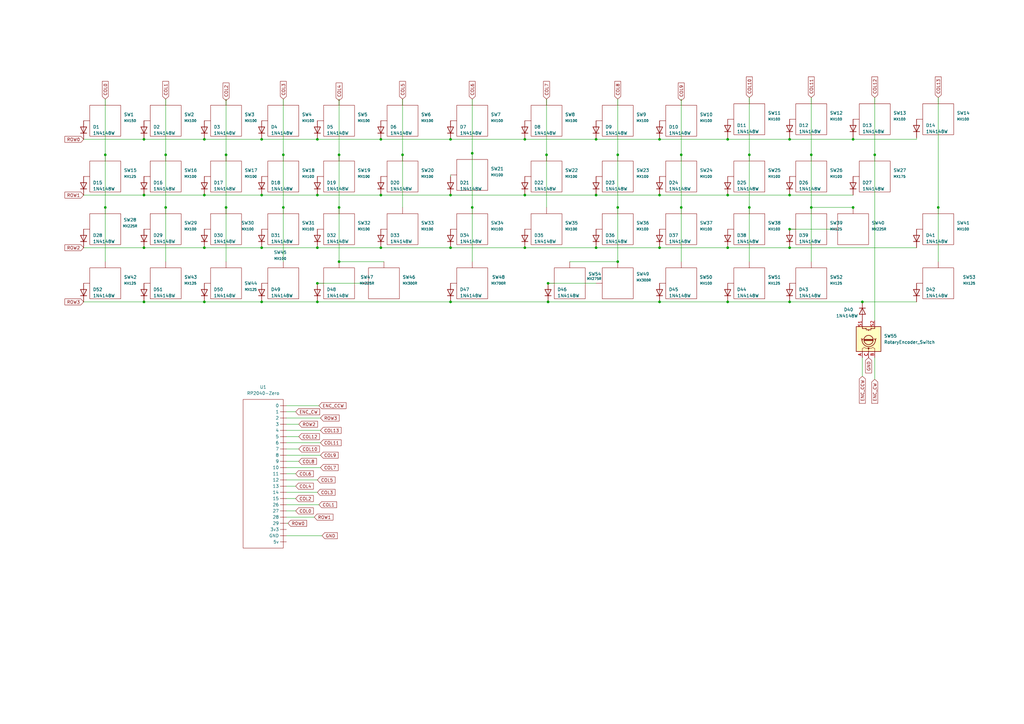
<source format=kicad_sch>
(kicad_sch (version 20230121) (generator eeschema)
  (paper "A3")
  (lib_symbols
    (symbol "Andrews-symbols:RP2040-Zero" (pin_numbers hide)
      (property "Reference" "U" (at 0 0 0))
      (property "Value" "RP2040-Zero" (at 0 -2.54 0))
      (symbol "RP2040-Zero_1_1"
        (pin bidirectional line (at 10.16 3.81 180) (length 2.54) (name "0") (number "0"))
        (pin bidirectional line (at 10.16 1.27 180) (length 2.54) (name "1") (number "1"))
        (pin bidirectional line (at 10.16 -21.59 180) (length 2.54) (name "10") (number "10"))
        (pin bidirectional line (at 10.16 -24.13 180) (length 2.54) (name "11") (number "11"))
        (pin bidirectional line (at 10.16 -26.67 180) (length 2.54) (name "12") (number "12"))
        (pin bidirectional line (at 10.16 -29.21 180) (length 2.54) (name "13") (number "13"))
        (pin bidirectional line (at 10.16 -31.75 180) (length 2.54) (name "14") (number "14"))
        (pin bidirectional line (at 10.16 -34.29 180) (length 2.54) (name "15") (number "15"))
        (pin bidirectional line (at 10.16 -1.27 180) (length 2.54) (name "2") (number "2"))
        (pin bidirectional line (at 10.16 -36.83 180) (length 2.54) (name "26") (number "26"))
        (pin bidirectional line (at 10.16 -39.37 180) (length 2.54) (name "27") (number "27"))
        (pin bidirectional line (at 10.16 -41.91 180) (length 2.54) (name "28") (number "28"))
        (pin bidirectional line (at 10.16 -44.45 180) (length 2.54) (name "29") (number "29"))
        (pin bidirectional line (at 10.16 -3.81 180) (length 2.54) (name "3") (number "3"))
        (pin bidirectional line (at 10.16 -46.99 180) (length 2.54) (name "3v3") (number "3v3"))
        (pin bidirectional line (at 10.16 -6.35 180) (length 2.54) (name "4") (number "4"))
        (pin bidirectional line (at 10.16 -8.89 180) (length 2.54) (name "5") (number "5"))
        (pin bidirectional line (at 10.16 -52.07 180) (length 2.54) (name "5v") (number "5v"))
        (pin bidirectional line (at 10.16 -11.43 180) (length 2.54) (name "6") (number "6"))
        (pin bidirectional line (at 10.16 -13.97 180) (length 2.54) (name "7") (number "7"))
        (pin bidirectional line (at 10.16 -16.51 180) (length 2.54) (name "8") (number "8"))
        (pin bidirectional line (at 10.16 -19.05 180) (length 2.54) (name "9") (number "9"))
        (pin bidirectional line (at 10.16 -49.53 180) (length 2.54) (name "GND") (number "GND"))
      )
    )
    (symbol "Device:RotaryEncoder_Switch" (pin_names (offset 0.254) hide)
      (property "Reference" "SW" (at 0 6.604 0))
      (property "Value" "RotaryEncoder_Switch" (at 0 -6.604 0))
      (symbol "RotaryEncoder_Switch_1_1"
        (pin passive line (at -7.62 2.54 0) (length 2.54) (name "A") (number "A"))
        (pin passive line (at -7.62 -2.54 0) (length 2.54) (name "B") (number "B"))
        (pin passive line (at -7.62 0 0) (length 2.54) (name "C") (number "C"))
        (pin passive line (at 7.62 2.54 180) (length 2.54) (name "S1") (number "S1"))
        (pin passive line (at 7.62 -2.54 180) (length 2.54) (name "S2") (number "S2"))
      )
    )
    (symbol "Diode:1N4148W" (pin_numbers hide) (pin_names hide)
      (property "Reference" "D" (at 0 2.54 0))
      (property "Value" "1N4148W" (at 0 -2.54 0))
      (symbol "1N4148W_1_1"
        (pin passive line (at -3.81 0 0) (length 2.54) (name "K") (number "1"))
        (pin passive line (at 3.81 0 180) (length 2.54) (name "A") (number "2"))
      )
    )
    (symbol "acheronSymbols:MXSwitch" (pin_names (offset 1.016))
      (property "Reference" "SW" (at 0 0 0))
      (property "Value" "MXSwitch" (at 0 -3.81 0))
      (symbol "MXSwitch_1_1"
        (pin output line (at -8.89 0 0) (length 2.54) hide (name "Col") (number "1"))
        (pin input line (at 0 8.89 270) (length 2.54) hide (name "Row") (number "2"))
      )
    )
  )
  (junction (at 224.79 123.825))
  (junction (at 92.71 85.09))
  (junction (at 43.18 63.5))
  (junction (at 307.34 85.09))
  (junction (at 270.51 101.6))
  (junction (at 165.1 63.5))
  (junction (at 83.82 80.01))
  (junction (at 349.885 85.09))
  (junction (at 384.81 85.09))
  (junction (at 253.365 63.5))
  (junction (at 323.85 93.98))
  (junction (at 244.475 57.15))
  (junction (at 307.34 63.5))
  (junction (at 59.055 123.825))
  (junction (at 116.205 63.5))
  (junction (at 224.79 116.205))
  (junction (at 156.21 57.15))
  (junction (at 156.21 101.6))
  (junction (at 92.71 63.5))
  (junction (at 156.21 80.01))
  (junction (at 139.065 63.5))
  (junction (at 253.365 107.315))
  (junction (at 184.785 123.825))
  (junction (at 184.785 80.01))
  (junction (at 83.82 123.825))
  (junction (at 244.475 80.01))
  (junction (at 244.475 101.6))
  (junction (at 59.055 57.15))
  (junction (at 298.45 123.825))
  (junction (at 270.51 57.15))
  (junction (at 59.055 80.01))
  (junction (at 323.85 57.15))
  (junction (at 67.945 85.09))
  (junction (at 43.18 85.09))
  (junction (at 298.45 57.15))
  (junction (at 279.4 63.5))
  (junction (at 107.315 123.825))
  (junction (at 215.265 57.15))
  (junction (at 59.055 101.6))
  (junction (at 116.205 85.09))
  (junction (at 107.315 57.15))
  (junction (at 130.175 123.825))
  (junction (at 224.155 63.5))
  (junction (at 349.885 57.15))
  (junction (at 358.775 63.5))
  (junction (at 83.82 101.6))
  (junction (at 332.74 63.5))
  (junction (at 279.4 85.09))
  (junction (at 298.45 101.6))
  (junction (at 139.065 107.315))
  (junction (at 215.265 101.6))
  (junction (at 193.675 62.865))
  (junction (at 270.51 123.825))
  (junction (at 130.175 116.205))
  (junction (at 353.695 123.825))
  (junction (at 323.85 101.6))
  (junction (at 184.785 101.6))
  (junction (at 323.85 80.01))
  (junction (at 107.315 80.01))
  (junction (at 130.175 57.15))
  (junction (at 215.265 80.01))
  (junction (at 184.785 57.15))
  (junction (at 193.675 85.09))
  (junction (at 130.175 101.6))
  (junction (at 107.315 101.6))
  (junction (at 83.82 57.15))
  (junction (at 298.45 80.01))
  (junction (at 270.51 80.01))
  (junction (at 323.85 123.825))
  (junction (at 67.945 63.5))
  (junction (at 139.065 85.09))
  (junction (at 130.175 80.01))
  (junction (at 332.74 85.09))
  (junction (at 253.365 85.09))
  (wire (pts (xy 107.315 80.01) (xy 130.175 80.01)))
  (wire (pts (xy 132.08 219.71) (xy 117.475 219.71)))
  (wire (pts (xy 92.71 85.09) (xy 92.71 107.315)))
  (wire (pts (xy 279.4 40.64) (xy 279.4 63.5)))
  (wire (pts (xy 156.21 57.15) (xy 184.785 57.15)))
  (wire (pts (xy 122.555 179.07) (xy 117.475 179.07)))
  (wire (pts (xy 131.445 171.45) (xy 117.475 171.45)))
  (wire (pts (xy 121.285 209.55) (xy 117.475 209.55)))
  (wire (pts (xy 118.11 214.63) (xy 117.475 214.63)))
  (wire (pts (xy 358.775 131.445) (xy 358.775 63.5)))
  (wire (pts (xy 59.055 57.15) (xy 83.82 57.15)))
  (wire (pts (xy 349.885 57.15) (xy 375.92 57.15)))
  (wire (pts (xy 130.175 80.01) (xy 156.21 80.01)))
  (wire (pts (xy 116.205 40.64) (xy 116.205 63.5)))
  (wire (pts (xy 131.445 176.53) (xy 117.475 176.53)))
  (wire (pts (xy 131.445 181.61) (xy 117.475 181.61)))
  (wire (pts (xy 121.285 168.91) (xy 117.475 168.91)))
  (wire (pts (xy 67.945 40.64) (xy 67.945 63.5)))
  (wire (pts (xy 83.82 80.01) (xy 107.315 80.01)))
  (wire (pts (xy 130.175 116.205) (xy 148.59 116.205)))
  (wire (pts (xy 131.445 186.69) (xy 117.475 186.69)))
  (wire (pts (xy 215.265 57.15) (xy 244.475 57.15)))
  (wire (pts (xy 130.175 101.6) (xy 156.21 101.6)))
  (wire (pts (xy 130.81 207.01) (xy 117.475 207.01)))
  (wire (pts (xy 121.285 199.39) (xy 117.475 199.39)))
  (wire (pts (xy 184.785 71.755) (xy 184.785 72.39)))
  (wire (pts (xy 121.285 204.47) (xy 117.475 204.47)))
  (wire (pts (xy 156.21 101.6) (xy 184.785 101.6)))
  (wire (pts (xy 139.065 63.5) (xy 139.065 85.09)))
  (wire (pts (xy 349.885 56.515) (xy 349.885 57.15)))
  (wire (pts (xy 43.18 40.64) (xy 43.18 63.5)))
  (wire (pts (xy 215.265 80.01) (xy 244.475 80.01)))
  (wire (pts (xy 270.51 80.01) (xy 298.45 80.01)))
  (wire (pts (xy 332.74 63.5) (xy 332.74 85.09)))
  (wire (pts (xy 353.695 154.305) (xy 353.695 146.685)))
  (wire (pts (xy 270.51 101.6) (xy 298.45 101.6)))
  (wire (pts (xy 193.675 62.865) (xy 193.675 85.09)))
  (wire (pts (xy 130.81 166.37) (xy 117.475 166.37)))
  (wire (pts (xy 184.785 123.825) (xy 224.79 123.825)))
  (wire (pts (xy 116.205 85.09) (xy 116.205 107.315)))
  (wire (pts (xy 67.945 85.09) (xy 67.945 107.315)))
  (wire (pts (xy 121.285 194.31) (xy 117.475 194.31)))
  (wire (pts (xy 279.4 85.09) (xy 279.4 107.315)))
  (wire (pts (xy 43.18 63.5) (xy 43.18 85.09)))
  (wire (pts (xy 122.555 173.99) (xy 117.475 173.99)))
  (wire (pts (xy 83.82 57.15) (xy 107.315 57.15)))
  (wire (pts (xy 34.29 80.01) (xy 59.055 80.01)))
  (wire (pts (xy 332.74 40.005) (xy 332.74 63.5)))
  (wire (pts (xy 139.065 85.09) (xy 139.065 107.315)))
  (wire (pts (xy 298.45 123.825) (xy 323.85 123.825)))
  (wire (pts (xy 107.315 101.6) (xy 130.175 101.6)))
  (wire (pts (xy 244.475 57.15) (xy 270.51 57.15)))
  (wire (pts (xy 67.945 63.5) (xy 67.945 85.09)))
  (wire (pts (xy 224.79 116.205) (xy 244.475 116.205)))
  (wire (pts (xy 165.1 63.5) (xy 165.1 85.09)))
  (wire (pts (xy 116.205 63.5) (xy 116.205 85.09)))
  (wire (pts (xy 122.555 189.23) (xy 117.475 189.23)))
  (wire (pts (xy 323.85 101.6) (xy 375.92 101.6)))
  (wire (pts (xy 307.34 63.5) (xy 307.34 85.09)))
  (wire (pts (xy 298.45 101.6) (xy 323.85 101.6)))
  (wire (pts (xy 83.82 123.825) (xy 107.315 123.825)))
  (wire (pts (xy 307.34 85.09) (xy 307.34 107.315)))
  (wire (pts (xy 323.85 80.01) (xy 349.885 80.01)))
  (wire (pts (xy 270.51 123.825) (xy 298.45 123.825)))
  (wire (pts (xy 139.065 107.315) (xy 157.48 107.315)))
  (wire (pts (xy 131.445 191.77) (xy 117.475 191.77)))
  (wire (pts (xy 59.055 101.6) (xy 83.82 101.6)))
  (wire (pts (xy 184.785 80.01) (xy 215.265 80.01)))
  (wire (pts (xy 83.82 101.6) (xy 107.315 101.6)))
  (wire (pts (xy 349.885 85.725) (xy 349.885 85.09)))
  (wire (pts (xy 298.45 56.515) (xy 298.45 57.15)))
  (wire (pts (xy 253.365 63.5) (xy 253.365 85.09)))
  (wire (pts (xy 165.1 40.64) (xy 165.1 63.5)))
  (wire (pts (xy 353.695 123.825) (xy 375.92 123.825)))
  (wire (pts (xy 107.315 123.825) (xy 130.175 123.825)))
  (wire (pts (xy 92.71 63.5) (xy 92.71 85.09)))
  (wire (pts (xy 92.71 40.64) (xy 92.71 63.5)))
  (wire (pts (xy 122.555 184.15) (xy 117.475 184.15)))
  (wire (pts (xy 128.905 212.09) (xy 117.475 212.09)))
  (wire (pts (xy 34.29 57.15) (xy 59.055 57.15)))
  (wire (pts (xy 215.265 101.6) (xy 244.475 101.6)))
  (wire (pts (xy 253.365 85.09) (xy 253.365 107.315)))
  (wire (pts (xy 279.4 63.5) (xy 279.4 85.09)))
  (wire (pts (xy 323.85 123.825) (xy 353.695 123.825)))
  (wire (pts (xy 59.055 123.825) (xy 83.82 123.825)))
  (wire (pts (xy 349.885 85.09) (xy 332.74 85.09)))
  (wire (pts (xy 139.065 40.64) (xy 139.065 63.5)))
  (wire (pts (xy 130.175 123.825) (xy 184.785 123.825)))
  (wire (pts (xy 358.775 155.575) (xy 358.775 146.685)))
  (wire (pts (xy 233.68 107.315) (xy 253.365 107.315)))
  (wire (pts (xy 130.175 201.93) (xy 117.475 201.93)))
  (wire (pts (xy 244.475 80.01) (xy 270.51 80.01)))
  (wire (pts (xy 224.155 63.5) (xy 224.155 85.09)))
  (wire (pts (xy 307.34 40.005) (xy 307.34 63.5)))
  (wire (pts (xy 224.155 40.64) (xy 224.155 63.5)))
  (wire (pts (xy 253.365 40.64) (xy 253.365 63.5)))
  (wire (pts (xy 244.475 101.6) (xy 270.51 101.6)))
  (wire (pts (xy 384.81 40.005) (xy 384.81 85.09)))
  (wire (pts (xy 298.45 80.01) (xy 323.85 80.01)))
  (wire (pts (xy 43.18 85.09) (xy 43.18 107.315)))
  (wire (pts (xy 193.675 85.09) (xy 193.675 107.315)))
  (wire (pts (xy 59.055 80.01) (xy 83.82 80.01)))
  (wire (pts (xy 224.79 123.825) (xy 270.51 123.825)))
  (wire (pts (xy 184.785 101.6) (xy 215.265 101.6)))
  (wire (pts (xy 34.29 123.825) (xy 59.055 123.825)))
  (wire (pts (xy 384.81 85.09) (xy 384.81 107.315)))
  (wire (pts (xy 130.175 196.85) (xy 117.475 196.85)))
  (wire (pts (xy 184.785 57.15) (xy 215.265 57.15)))
  (wire (pts (xy 358.775 40.005) (xy 358.775 63.5)))
  (wire (pts (xy 193.675 40.64) (xy 193.675 62.865)))
  (wire (pts (xy 323.85 57.15) (xy 349.885 57.15)))
  (wire (pts (xy 375.92 57.15) (xy 375.92 56.515)))
  (wire (pts (xy 323.85 93.98) (xy 340.995 93.98)))
  (wire (pts (xy 130.175 57.15) (xy 156.21 57.15)))
  (wire (pts (xy 270.51 57.15) (xy 298.45 57.15)))
  (wire (pts (xy 332.74 85.09) (xy 332.74 107.315)))
  (wire (pts (xy 156.21 80.01) (xy 184.785 80.01)))
  (wire (pts (xy 298.45 57.15) (xy 323.85 57.15)))
  (wire (pts (xy 34.29 101.6) (xy 59.055 101.6)))
  (wire (pts (xy 107.315 57.15) (xy 130.175 57.15)))
  (wire (pts (xy 323.85 56.515) (xy 323.85 57.15)))
  (global_label "COL3" (shape input) (at 130.175 201.93 0) (property "Intersheetrefs" "${INTERSHEET_REFS}" (effects hide)))
  (global_label "COL2" (shape input) (at 92.71 41.275 90) (property "Intersheetrefs" "${INTERSHEET_REFS}" (effects hide)))
  (global_label "COL5" (shape input) (at 130.175 196.85 0) (property "Intersheetrefs" "${INTERSHEET_REFS}" (effects hide)))
  (global_label "COL4" (shape input) (at 121.285 199.39 0) (property "Intersheetrefs" "${INTERSHEET_REFS}" (effects hide)))
  (global_label "COL0" (shape input) (at 43.18 40.64 90) (property "Intersheetrefs" "${INTERSHEET_REFS}" (effects hide)))
  (global_label "ROW1" (shape input) (at 128.905 212.09 0) (property "Intersheetrefs" "${INTERSHEET_REFS}" (effects hide)))
  (global_label "ENC_CCW" (shape input) (at 130.81 166.37 0) (property "Intersheetrefs" "${INTERSHEET_REFS}" (effects hide)))
  (global_label "ROW1" (shape input) (at 34.29 80.01 180) (property "Intersheetrefs" "${INTERSHEET_REFS}" (effects hide)))
  (global_label "ROW2" (shape input) (at 122.555 173.99 0) (property "Intersheetrefs" "${INTERSHEET_REFS}" (effects hide)))
  (global_label "COL7" (shape input) (at 131.445 191.77 0) (property "Intersheetrefs" "${INTERSHEET_REFS}" (effects hide)))
  (global_label "COL2" (shape input) (at 121.285 204.47 0) (property "Intersheetrefs" "${INTERSHEET_REFS}" (effects hide)))
  (global_label "COL8" (shape input) (at 253.365 40.64 90) (property "Intersheetrefs" "${INTERSHEET_REFS}" (effects hide)))
  (global_label "COL9" (shape input) (at 131.445 186.69 0) (property "Intersheetrefs" "${INTERSHEET_REFS}" (effects hide)))
  (global_label "ROW0" (shape input) (at 118.11 214.63 0) (property "Intersheetrefs" "${INTERSHEET_REFS}" (effects hide)))
  (global_label "COL13" (shape input) (at 131.445 176.53 0) (property "Intersheetrefs" "${INTERSHEET_REFS}" (effects hide)))
  (global_label "COL8" (shape input) (at 122.555 189.23 0) (property "Intersheetrefs" "${INTERSHEET_REFS}" (effects hide)))
  (global_label "ROW0" (shape input) (at 34.29 57.15 180) (property "Intersheetrefs" "${INTERSHEET_REFS}" (effects hide)))
  (global_label "GND" (shape input) (at 132.08 219.71 0) (property "Intersheetrefs" "${INTERSHEET_REFS}" (effects hide)))
  (global_label "COL1" (shape input) (at 67.945 40.64 90) (property "Intersheetrefs" "${INTERSHEET_REFS}" (effects hide)))
  (global_label "COL12" (shape input) (at 122.555 179.07 0) (property "Intersheetrefs" "${INTERSHEET_REFS}" (effects hide)))
  (global_label "ROW2" (shape input) (at 34.29 101.6 180) (property "Intersheetrefs" "${INTERSHEET_REFS}" (effects hide)))
  (global_label "ROW3" (shape input) (at 131.445 171.45 0) (property "Intersheetrefs" "${INTERSHEET_REFS}" (effects hide)))
  (global_label "COL12" (shape input) (at 358.775 40.005 90) (property "Intersheetrefs" "${INTERSHEET_REFS}" (effects hide)))
  (global_label "COL11" (shape input) (at 332.74 40.005 90) (property "Intersheetrefs" "${INTERSHEET_REFS}" (effects hide)))
  (global_label "COL6" (shape input) (at 193.675 40.64 90) (property "Intersheetrefs" "${INTERSHEET_REFS}" (effects hide)))
  (global_label "COL3" (shape input) (at 116.205 40.64 90) (property "Intersheetrefs" "${INTERSHEET_REFS}" (effects hide)))
  (global_label "ENC_CW" (shape input) (at 358.775 155.575 270) (property "Intersheetrefs" "${INTERSHEET_REFS}" (effects hide)))
  (global_label "COL11" (shape input) (at 131.445 181.61 0) (property "Intersheetrefs" "${INTERSHEET_REFS}" (effects hide)))
  (global_label "COL10" (shape input) (at 307.34 40.005 90) (property "Intersheetrefs" "${INTERSHEET_REFS}" (effects hide)))
  (global_label "COL5" (shape input) (at 165.1 40.64 90) (property "Intersheetrefs" "${INTERSHEET_REFS}" (effects hide)))
  (global_label "ENC_CCW" (shape input) (at 353.695 154.305 270) (property "Intersheetrefs" "${INTERSHEET_REFS}" (effects hide)))
  (global_label "COL7" (shape input) (at 224.155 40.64 90) (property "Intersheetrefs" "${INTERSHEET_REFS}" (effects hide)))
  (global_label "ENC_CW" (shape input) (at 121.285 168.91 0) (property "Intersheetrefs" "${INTERSHEET_REFS}" (effects hide)))
  (global_label "COL9" (shape input) (at 279.4 41.275 90) (property "Intersheetrefs" "${INTERSHEET_REFS}" (effects hide)))
  (global_label "COL4" (shape input) (at 139.065 41.275 90) (property "Intersheetrefs" "${INTERSHEET_REFS}" (effects hide)))
  (global_label "COL1" (shape input) (at 130.81 207.01 0) (property "Intersheetrefs" "${INTERSHEET_REFS}" (effects hide)))
  (global_label "COL6" (shape input) (at 121.285 194.31 0) (property "Intersheetrefs" "${INTERSHEET_REFS}" (effects hide)))
  (global_label "GND" (shape input) (at 356.235 146.685 270) (property "Intersheetrefs" "${INTERSHEET_REFS}" (effects hide)))
  (global_label "ROW3" (shape input) (at 34.29 123.825 180) (property "Intersheetrefs" "${INTERSHEET_REFS}" (effects hide)))
  (global_label "COL0" (shape input) (at 121.285 209.55 0) (property "Intersheetrefs" "${INTERSHEET_REFS}" (effects hide)))
  (global_label "COL13" (shape input) (at 384.81 40.005 90) (property "Intersheetrefs" "${INTERSHEET_REFS}" (effects hide)))
  (global_label "COL10" (shape input) (at 122.555 184.15 0) (property "Intersheetrefs" "${INTERSHEET_REFS}" (effects hide)))
  (symbol (lib_id "acheronSymbols:MXSwitch") (at 349.885 93.98 0) (unit 1)
    (property "Reference" "SW40" (at 357.505 91.44 0) (effects (justify left)))
    (property "Value" "MX225R" (at 357.505 93.98 0) (effects (font (size 0.9906 0.9906)) (justify left)))
    (property "Footprint" "acheron_MX.pretty-master:MX225" (effects hide))
  )
  (symbol (lib_id "acheronSymbols:MXSwitch") (at 165.1 49.53 0) (unit 1)
    (property "Reference" "SW6" (at 172.72 46.99 0) (effects (justify left)))
    (property "Value" "MX100" (at 172.72 49.53 0) (effects (font (size 0.9906 0.9906)) (justify left)))
    (property "Footprint" "acheron_MX.pretty-master:MX100" (effects hide))
  )
  (symbol (lib_id "Diode:1N4148W") (at 270.51 120.015 90) (unit 1)
    (property "Reference" "D45" (at 274.32 118.745 90) (effects (justify right)))
    (property "Value" "1N4148W" (at 274.32 121.285 90) (effects (justify right)))
    (property "Footprint" "Diode_SMD:D_SOD-123" (effects hide))
    (property "Datasheet" "https://www.vishay.com/docs/85748/1n4148w.pdf" (effects hide))
    (property "Sim.Device" "D" (effects hide))
    (property "Sim.Pins" "1=K 2=A" (effects hide))
  )
  (symbol (lib_id "acheronSymbols:MXSwitch") (at 92.71 116.205 0) (unit 1)
    (property "Reference" "SW44" (at 102.87 116.205 0))
    (property "Value" "MX125" (at 102.87 118.745 0) (effects (font (size 0.9906 0.9906))))
    (property "Footprint" "acheron_MX.pretty-master:MX125" (effects hide))
  )
  (symbol (lib_id "acheronSymbols:MXSwitch") (at 253.365 116.205 0) (unit 1)
    (property "Reference" "SW49" (at 260.985 112.395 0) (effects (justify left)))
    (property "Value" "MX300R" (at 260.985 114.935 0) (effects (font (size 0.9906 0.9906)) (justify left)))
    (property "Footprint" "acheron_MX.pretty-master:MX300R" (effects hide))
  )
  (symbol (lib_id "Diode:1N4148W") (at 107.315 97.79 90) (unit 1)
    (property "Reference" "D31" (at 111.125 96.52 90) (effects (justify right)))
    (property "Value" "1N4148W" (at 111.125 99.06 90) (effects (justify right)))
    (property "Footprint" "Diode_SMD:D_SOD-123" (effects hide))
    (property "Datasheet" "https://www.vishay.com/docs/85748/1n4148w.pdf" (effects hide))
    (property "Sim.Device" "D" (effects hide))
    (property "Sim.Pins" "1=K 2=A" (effects hide))
  )
  (symbol (lib_id "acheronSymbols:MXSwitch") (at 116.205 93.98 0) (unit 1)
    (property "Reference" "SW31" (at 123.825 91.44 0) (effects (justify left)))
    (property "Value" "MX100" (at 123.825 93.98 0) (effects (font (size 0.9906 0.9906)) (justify left)))
    (property "Footprint" "acheron_MX.pretty-master:MX100" (effects hide))
  )
  (symbol (lib_id "Diode:1N4148W") (at 323.85 97.79 90) (unit 1)
    (property "Reference" "D39" (at 327.66 96.52 90) (effects (justify right)))
    (property "Value" "1N4148W" (at 327.66 99.06 90) (effects (justify right)))
    (property "Footprint" "Diode_SMD:D_SOD-123" (effects hide))
    (property "Datasheet" "https://www.vishay.com/docs/85748/1n4148w.pdf" (effects hide))
    (property "Sim.Device" "D" (effects hide))
    (property "Sim.Pins" "1=K 2=A" (effects hide))
  )
  (symbol (lib_id "Device:RotaryEncoder_Switch") (at 356.235 139.065 90) (unit 1)
    (property "Reference" "SW55" (at 362.585 137.795 90) (effects (justify right)))
    (property "Value" "RotaryEncoder_Switch" (at 362.585 140.335 90) (effects (justify right)))
    (property "Footprint" "Rotary_Encoder:RotaryEncoder_Alps_EC11E-Switch_Vertical_H20mm" (effects hide))
  )
  (symbol (lib_id "Diode:1N4148W") (at 375.92 97.79 90) (unit 1)
    (property "Reference" "D41" (at 379.73 96.52 90) (effects (justify right)))
    (property "Value" "1N4148W" (at 379.73 99.06 90) (effects (justify right)))
    (property "Footprint" "Diode_SMD:D_SOD-123" (effects hide))
    (property "Datasheet" "https://www.vishay.com/docs/85748/1n4148w.pdf" (effects hide))
    (property "Sim.Device" "D" (effects hide))
    (property "Sim.Pins" "1=K 2=A" (effects hide))
  )
  (symbol (lib_id "Diode:1N4148W") (at 83.82 120.015 90) (unit 1)
    (property "Reference" "D50" (at 87.63 118.745 90) (effects (justify right)))
    (property "Value" "1N4148W" (at 87.63 121.285 90) (effects (justify right)))
    (property "Footprint" "Diode_SMD:D_SOD-123" (effects hide))
    (property "Datasheet" "https://www.vishay.com/docs/85748/1n4148w.pdf" (effects hide))
    (property "Sim.Device" "D" (effects hide))
    (property "Sim.Pins" "1=K 2=A" (effects hide))
  )
  (symbol (lib_id "Diode:1N4148W") (at 323.85 52.705 90) (unit 1)
    (property "Reference" "D12" (at 327.66 51.435 90) (effects (justify right)))
    (property "Value" "1N4148W" (at 327.66 53.975 90) (effects (justify right)))
    (property "Footprint" "Diode_SMD:D_SOD-123" (effects hide))
    (property "Datasheet" "https://www.vishay.com/docs/85748/1n4148w.pdf" (effects hide))
    (property "Sim.Device" "D" (effects hide))
    (property "Sim.Pins" "1=K 2=A" (effects hide))
  )
  (symbol (lib_id "Diode:1N4148W") (at 184.785 76.2 90) (unit 1)
    (property "Reference" "D21" (at 188.595 74.93 90) (effects (justify right)))
    (property "Value" "1N4148W" (at 188.595 77.47 90) (effects (justify right)))
    (property "Footprint" "Diode_SMD:D_SOD-123" (effects hide))
    (property "Datasheet" "https://www.vishay.com/docs/85748/1n4148w.pdf" (effects hide))
    (property "Sim.Device" "D" (effects hide))
    (property "Sim.Pins" "1=K 2=A" (effects hide))
  )
  (symbol (lib_id "acheronSymbols:MXSwitch") (at 165.1 93.98 0) (unit 1)
    (property "Reference" "SW33" (at 172.72 91.44 0) (effects (justify left)))
    (property "Value" "MX100" (at 172.72 93.98 0) (effects (font (size 0.9906 0.9906)) (justify left)))
    (property "Footprint" "acheron_MX.pretty-master:MX100" (effects hide))
  )
  (symbol (lib_id "acheronSymbols:MXSwitch") (at 193.675 71.755 0) (unit 1)
    (property "Reference" "SW21" (at 201.295 69.215 0) (effects (justify left)))
    (property "Value" "MX100" (at 201.295 71.755 0) (effects (font (size 0.9906 0.9906)) (justify left)))
    (property "Footprint" "acheron_MX.pretty-master:MX100" (effects hide))
  )
  (symbol (lib_id "acheronSymbols:MXSwitch") (at 332.74 72.39 0) (unit 1)
    (property "Reference" "SW26" (at 340.36 69.85 0) (effects (justify left)))
    (property "Value" "MX100" (at 340.36 72.39 0) (effects (font (size 0.9906 0.9906)) (justify left)))
    (property "Footprint" "acheron_MX.pretty-master:MX100" (effects hide))
  )
  (symbol (lib_id "Diode:1N4148W") (at 375.92 120.015 90) (unit 1)
    (property "Reference" "D42" (at 379.73 118.745 90) (effects (justify right)))
    (property "Value" "1N4148W" (at 379.73 121.285 90) (effects (justify right)))
    (property "Footprint" "Diode_SMD:D_SOD-123" (effects hide))
    (property "Datasheet" "https://www.vishay.com/docs/85748/1n4148w.pdf" (effects hide))
    (property "Sim.Device" "D" (effects hide))
    (property "Sim.Pins" "1=K 2=A" (effects hide))
  )
  (symbol (lib_id "acheronSymbols:MXSwitch") (at 279.4 93.98 0) (unit 1)
    (property "Reference" "SW37" (at 287.02 91.44 0) (effects (justify left)))
    (property "Value" "MX100" (at 287.02 93.98 0) (effects (font (size 0.9906 0.9906)) (justify left)))
    (property "Footprint" "acheron_MX.pretty-master:MX100" (effects hide))
  )
  (symbol (lib_id "acheronSymbols:MXSwitch") (at 116.205 72.39 0) (unit 1)
    (property "Reference" "SW18" (at 123.825 69.85 0) (effects (justify left)))
    (property "Value" "MX100" (at 123.825 72.39 0) (effects (font (size 0.9906 0.9906)) (justify left)))
    (property "Footprint" "acheron_MX.pretty-master:MX100" (effects hide))
  )
  (symbol (lib_id "acheronSymbols:MXSwitch") (at 193.675 49.53 0) (unit 1)
    (property "Reference" "SW7" (at 201.295 46.99 0) (effects (justify left)))
    (property "Value" "MX100" (at 201.295 49.53 0) (effects (font (size 0.9906 0.9906)) (justify left)))
    (property "Footprint" "acheron_MX.pretty-master:MX100" (effects hide))
  )
  (symbol (lib_id "Diode:1N4148W") (at 244.475 53.34 90) (unit 1)
    (property "Reference" "D9" (at 248.285 52.07 90) (effects (justify right)))
    (property "Value" "1N4148W" (at 248.285 54.61 90) (effects (justify right)))
    (property "Footprint" "Diode_SMD:D_SOD-123" (effects hide))
    (property "Datasheet" "https://www.vishay.com/docs/85748/1n4148w.pdf" (effects hide))
    (property "Sim.Device" "D" (effects hide))
    (property "Sim.Pins" "1=K 2=A" (effects hide))
  )
  (symbol (lib_id "Diode:1N4148W") (at 349.885 76.2 90) (unit 1)
    (property "Reference" "D27" (at 353.695 74.93 90) (effects (justify right)))
    (property "Value" "1N4148W" (at 353.695 77.47 90) (effects (justify right)))
    (property "Footprint" "Diode_SMD:D_SOD-123" (effects hide))
    (property "Datasheet" "https://www.vishay.com/docs/85748/1n4148w.pdf" (effects hide))
    (property "Sim.Device" "D" (effects hide))
    (property "Sim.Pins" "1=K 2=A" (effects hide))
  )
  (symbol (lib_id "acheronSymbols:MXSwitch") (at 358.775 72.39 0) (unit 1)
    (property "Reference" "SW27" (at 366.395 69.85 0) (effects (justify left)))
    (property "Value" "MX175" (at 366.395 72.39 0) (effects (font (size 0.9906 0.9906)) (justify left)))
    (property "Footprint" "acheron_MX.pretty-master:MX175" (effects hide))
  )
  (symbol (lib_id "Diode:1N4148W") (at 130.175 76.2 90) (unit 1)
    (property "Reference" "D19" (at 133.985 74.93 90) (effects (justify right)))
    (property "Value" "1N4148W" (at 133.985 77.47 90) (effects (justify right)))
    (property "Footprint" "Diode_SMD:D_SOD-123" (effects hide))
    (property "Datasheet" "https://www.vishay.com/docs/85748/1n4148w.pdf" (effects hide))
    (property "Sim.Device" "D" (effects hide))
    (property "Sim.Pins" "1=K 2=A" (effects hide))
  )
  (symbol (lib_id "acheronSymbols:MXSwitch") (at 67.945 116.205 0) (unit 1)
    (property "Reference" "SW43" (at 75.565 113.665 0) (effects (justify left)))
    (property "Value" "MX125" (at 75.565 116.205 0) (effects (font (size 0.9906 0.9906)) (justify left)))
    (property "Footprint" "acheron_MX.pretty-master:MX125" (effects hide))
  )
  (symbol (lib_id "Diode:1N4148W") (at 59.055 120.015 90) (unit 1)
    (property "Reference" "D51" (at 62.865 118.745 90) (effects (justify right)))
    (property "Value" "1N4148W" (at 62.865 121.285 90) (effects (justify right)))
    (property "Footprint" "Diode_SMD:D_SOD-123" (effects hide))
    (property "Datasheet" "https://www.vishay.com/docs/85748/1n4148w.pdf" (effects hide))
    (property "Sim.Device" "D" (effects hide))
    (property "Sim.Pins" "1=K 2=A" (effects hide))
  )
  (symbol (lib_id "Diode:1N4148W") (at 130.175 97.79 90) (unit 1)
    (property "Reference" "D32" (at 133.985 96.52 90) (effects (justify right)))
    (property "Value" "1N4148W" (at 133.985 99.06 90) (effects (justify right)))
    (property "Footprint" "Diode_SMD:D_SOD-123" (effects hide))
    (property "Datasheet" "https://www.vishay.com/docs/85748/1n4148w.pdf" (effects hide))
    (property "Sim.Device" "D" (effects hide))
    (property "Sim.Pins" "1=K 2=A" (effects hide))
  )
  (symbol (lib_id "Diode:1N4148W") (at 270.51 53.34 90) (unit 1)
    (property "Reference" "D10" (at 274.32 52.07 90) (effects (justify right)))
    (property "Value" "1N4148W" (at 274.32 54.61 90) (effects (justify right)))
    (property "Footprint" "Diode_SMD:D_SOD-123" (effects hide))
    (property "Datasheet" "https://www.vishay.com/docs/85748/1n4148w.pdf" (effects hide))
    (property "Sim.Device" "D" (effects hide))
    (property "Sim.Pins" "1=K 2=A" (effects hide))
  )
  (symbol (lib_id "Diode:1N4148W") (at 83.82 97.79 90) (unit 1)
    (property "Reference" "D30" (at 87.63 96.52 90) (effects (justify right)))
    (property "Value" "1N4148W" (at 87.63 99.06 90) (effects (justify right)))
    (property "Footprint" "Diode_SMD:D_SOD-123" (effects hide))
    (property "Datasheet" "https://www.vishay.com/docs/85748/1n4148w.pdf" (effects hide))
    (property "Sim.Device" "D" (effects hide))
    (property "Sim.Pins" "1=K 2=A" (effects hide))
  )
  (symbol (lib_id "Diode:1N4148W") (at 156.21 76.2 90) (unit 1)
    (property "Reference" "D20" (at 160.02 74.93 90) (effects (justify right)))
    (property "Value" "1N4148W" (at 160.02 77.47 90) (effects (justify right)))
    (property "Footprint" "Diode_SMD:D_SOD-123" (effects hide))
    (property "Datasheet" "https://www.vishay.com/docs/85748/1n4148w.pdf" (effects hide))
    (property "Sim.Device" "D" (effects hide))
    (property "Sim.Pins" "1=K 2=A" (effects hide))
  )
  (symbol (lib_id "Diode:1N4148W") (at 107.315 120.015 90) (unit 1)
    (property "Reference" "D49" (at 111.125 118.745 90) (effects (justify right)))
    (property "Value" "1N4148W" (at 111.125 121.285 90) (effects (justify right)))
    (property "Footprint" "Diode_SMD:D_SOD-123" (effects hide))
    (property "Datasheet" "https://www.vishay.com/docs/85748/1n4148w.pdf" (effects hide))
    (property "Sim.Device" "D" (effects hide))
    (property "Sim.Pins" "1=K 2=A" (effects hide))
  )
  (symbol (lib_id "acheronSymbols:MXSwitch") (at 43.18 93.98 0) (unit 1)
    (property "Reference" "SW28" (at 53.34 90.17 0))
    (property "Value" "MX225R" (at 53.34 92.71 0) (effects (font (size 0.9906 0.9906))))
    (property "Footprint" "acheron_MX.pretty-master:MX225" (effects hide))
  )
  (symbol (lib_id "acheronSymbols:MXSwitch") (at 139.065 72.39 0) (unit 1)
    (property "Reference" "SW19" (at 146.685 69.85 0) (effects (justify left)))
    (property "Value" "MX100" (at 146.685 72.39 0) (effects (font (size 0.9906 0.9906)) (justify left)))
    (property "Footprint" "acheron_MX.pretty-master:MX100" (effects hide))
  )
  (symbol (lib_id "Diode:1N4148W") (at 83.82 53.34 90) (unit 1)
    (property "Reference" "D3" (at 87.63 52.07 90) (effects (justify right)))
    (property "Value" "1N4148W" (at 87.63 54.61 90) (effects (justify right)))
    (property "Footprint" "Diode_SMD:D_SOD-123" (effects hide))
    (property "Datasheet" "https://www.vishay.com/docs/85748/1n4148w.pdf" (effects hide))
    (property "Sim.Device" "D" (effects hide))
    (property "Sim.Pins" "1=K 2=A" (effects hide))
  )
  (symbol (lib_id "acheronSymbols:MXSwitch") (at 92.71 72.39 0) (unit 1)
    (property "Reference" "SW17" (at 100.33 69.85 0) (effects (justify left)))
    (property "Value" "MX100" (at 100.33 72.39 0) (effects (font (size 0.9906 0.9906)) (justify left)))
    (property "Footprint" "acheron_MX.pretty-master:MX100" (effects hide))
  )
  (symbol (lib_id "Diode:1N4148W") (at 353.695 127.635 270) (unit 1)
    (property "Reference" "D40" (at 346.075 127 90) (effects (justify left)))
    (property "Value" "1N4148W" (at 342.9 129.54 90) (effects (justify left)))
    (property "Footprint" "Diode_SMD:D_SOD-123" (effects hide))
    (property "Datasheet" "https://www.vishay.com/docs/85748/1n4148w.pdf" (effects hide))
    (property "Sim.Device" "D" (effects hide))
    (property "Sim.Pins" "1=K 2=A" (effects hide))
  )
  (symbol (lib_id "acheronSymbols:MXSwitch") (at 224.155 72.39 0) (unit 1)
    (property "Reference" "SW22" (at 231.775 69.85 0) (effects (justify left)))
    (property "Value" "MX100" (at 231.775 72.39 0) (effects (font (size 0.9906 0.9906)) (justify left)))
    (property "Footprint" "acheron_MX.pretty-master:MX100" (effects hide))
  )
  (symbol (lib_id "Diode:1N4148W") (at 298.45 52.705 90) (unit 1)
    (property "Reference" "D11" (at 302.26 51.435 90) (effects (justify right)))
    (property "Value" "1N4148W" (at 302.26 53.975 90) (effects (justify right)))
    (property "Footprint" "Diode_SMD:D_SOD-123" (effects hide))
    (property "Datasheet" "https://www.vishay.com/docs/85748/1n4148w.pdf" (effects hide))
    (property "Sim.Device" "D" (effects hide))
    (property "Sim.Pins" "1=K 2=A" (effects hide))
  )
  (symbol (lib_id "acheronSymbols:MXSwitch") (at 193.675 93.98 0) (unit 1)
    (property "Reference" "SW34" (at 201.295 91.44 0) (effects (justify left)))
    (property "Value" "MX100" (at 201.295 93.98 0) (effects (font (size 0.9906 0.9906)) (justify left)))
    (property "Footprint" "acheron_MX.pretty-master:MX100" (effects hide))
  )
  (symbol (lib_id "Diode:1N4148W") (at 298.45 76.2 90) (unit 1)
    (property "Reference" "D25" (at 302.26 74.93 90) (effects (justify right)))
    (property "Value" "1N4148W" (at 302.26 77.47 90) (effects (justify right)))
    (property "Footprint" "Diode_SMD:D_SOD-123" (effects hide))
    (property "Datasheet" "https://www.vishay.com/docs/85748/1n4148w.pdf" (effects hide))
    (property "Sim.Device" "D" (effects hide))
    (property "Sim.Pins" "1=K 2=A" (effects hide))
  )
  (symbol (lib_id "acheronSymbols:MXSwitch") (at 332.74 116.205 0) (unit 1)
    (property "Reference" "SW52" (at 340.36 113.665 0) (effects (justify left)))
    (property "Value" "MX125" (at 340.36 116.205 0) (effects (font (size 0.9906 0.9906)) (justify left)))
    (property "Footprint" "acheron_MX.pretty-master:MX125" (effects hide))
  )
  (symbol (lib_id "Diode:1N4148W") (at 215.265 97.79 90) (unit 1)
    (property "Reference" "D35" (at 219.075 96.52 90) (effects (justify right)))
    (property "Value" "1N4148W" (at 219.075 99.06 90) (effects (justify right)))
    (property "Footprint" "Diode_SMD:D_SOD-123" (effects hide))
    (property "Datasheet" "https://www.vishay.com/docs/85748/1n4148w.pdf" (effects hide))
    (property "Sim.Device" "D" (effects hide))
    (property "Sim.Pins" "1=K 2=A" (effects hide))
  )
  (symbol (lib_id "Diode:1N4148W") (at 34.29 76.2 90) (unit 1)
    (property "Reference" "D15" (at 38.1 74.93 90) (effects (justify right)))
    (property "Value" "1N4148W" (at 38.1 77.47 90) (effects (justify right)))
    (property "Footprint" "Diode_SMD:D_SOD-123" (effects hide))
    (property "Datasheet" "https://www.vishay.com/docs/85748/1n4148w.pdf" (effects hide))
    (property "Sim.Device" "D" (effects hide))
    (property "Sim.Pins" "1=K 2=A" (effects hide))
  )
  (symbol (lib_id "acheronSymbols:MXSwitch") (at 279.4 72.39 0) (unit 1)
    (property "Reference" "SW24" (at 287.02 69.85 0) (effects (justify left)))
    (property "Value" "MX100" (at 287.02 72.39 0) (effects (font (size 0.9906 0.9906)) (justify left)))
    (property "Footprint" "acheron_MX.pretty-master:MX100" (effects hide))
  )
  (symbol (lib_id "Diode:1N4148W") (at 184.785 120.015 90) (unit 1)
    (property "Reference" "D47" (at 188.595 118.745 90) (effects (justify right)))
    (property "Value" "1N4148W" (at 188.595 121.285 90) (effects (justify right)))
    (property "Footprint" "Diode_SMD:D_SOD-123" (effects hide))
    (property "Datasheet" "https://www.vishay.com/docs/85748/1n4148w.pdf" (effects hide))
    (property "Sim.Device" "D" (effects hide))
    (property "Sim.Pins" "1=K 2=A" (effects hide))
  )
  (symbol (lib_id "Diode:1N4148W") (at 298.45 97.79 90) (unit 1)
    (property "Reference" "D38" (at 302.26 96.52 90) (effects (justify right)))
    (property "Value" "1N4148W" (at 302.26 99.06 90) (effects (justify right)))
    (property "Footprint" "Diode_SMD:D_SOD-123" (effects hide))
    (property "Datasheet" "https://www.vishay.com/docs/85748/1n4148w.pdf" (effects hide))
    (property "Sim.Device" "D" (effects hide))
    (property "Sim.Pins" "1=K 2=A" (effects hide))
  )
  (symbol (lib_id "Diode:1N4148W") (at 184.785 53.34 90) (unit 1)
    (property "Reference" "D7" (at 188.595 52.07 90) (effects (justify right)))
    (property "Value" "1N4148W" (at 188.595 54.61 90) (effects (justify right)))
    (property "Footprint" "Diode_SMD:D_SOD-123" (effects hide))
    (property "Datasheet" "https://www.vishay.com/docs/85748/1n4148w.pdf" (effects hide))
    (property "Sim.Device" "D" (effects hide))
    (property "Sim.Pins" "1=K 2=A" (effects hide))
  )
  (symbol (lib_id "Diode:1N4148W") (at 107.315 53.34 90) (unit 1)
    (property "Reference" "D4" (at 111.125 52.07 90) (effects (justify right)))
    (property "Value" "1N4148W" (at 111.125 54.61 90) (effects (justify right)))
    (property "Footprint" "Diode_SMD:D_SOD-123" (effects hide))
    (property "Datasheet" "https://www.vishay.com/docs/85748/1n4148w.pdf" (effects hide))
    (property "Sim.Device" "D" (effects hide))
    (property "Sim.Pins" "1=K 2=A" (effects hide))
  )
  (symbol (lib_id "acheronSymbols:MXSwitch") (at 384.81 93.98 0) (unit 1)
    (property "Reference" "SW41" (at 392.43 91.44 0) (effects (justify left)))
    (property "Value" "MX100" (at 392.43 93.98 0) (effects (font (size 0.9906 0.9906)) (justify left)))
    (property "Footprint" "acheron_MX.pretty-master:MX100" (effects hide))
  )
  (symbol (lib_id "acheronSymbols:MXSwitch") (at 139.065 93.98 0) (unit 1)
    (property "Reference" "SW32" (at 146.685 91.44 0) (effects (justify left)))
    (property "Value" "MX100" (at 146.685 93.98 0) (effects (font (size 0.9906 0.9906)) (justify left)))
    (property "Footprint" "acheron_MX.pretty-master:MX100" (effects hide))
  )
  (symbol (lib_id "acheronSymbols:MXSwitch") (at 139.065 116.205 0) (unit 1)
    (property "Reference" "SW47" (at 150.495 113.665 0))
    (property "Value" "MX225R" (at 150.495 116.205 0) (effects (font (size 0.9906 0.9906))))
    (property "Footprint" "acheron_MX.pretty-master:MX225R" (effects hide))
  )
  (symbol (lib_id "Diode:1N4148W") (at 107.315 76.2 90) (unit 1)
    (property "Reference" "D18" (at 111.125 74.93 90) (effects (justify right)))
    (property "Value" "1N4148W" (at 111.125 77.47 90) (effects (justify right)))
    (property "Footprint" "Diode_SMD:D_SOD-123" (effects hide))
    (property "Datasheet" "https://www.vishay.com/docs/85748/1n4148w.pdf" (effects hide))
    (property "Sim.Device" "D" (effects hide))
    (property "Sim.Pins" "1=K 2=A" (effects hide))
  )
  (symbol (lib_id "Diode:1N4148W") (at 130.175 120.015 90) (unit 1)
    (property "Reference" "D48" (at 133.985 118.745 90) (effects (justify right)))
    (property "Value" "1N4148W" (at 133.985 121.285 90) (effects (justify right)))
    (property "Footprint" "Diode_SMD:D_SOD-123" (effects hide))
    (property "Datasheet" "https://www.vishay.com/docs/85748/1n4148w.pdf" (effects hide))
    (property "Sim.Device" "D" (effects hide))
    (property "Sim.Pins" "1=K 2=A" (effects hide))
  )
  (symbol (lib_id "acheronSymbols:MXSwitch") (at 307.34 93.98 0) (unit 1)
    (property "Reference" "SW38" (at 314.96 91.44 0) (effects (justify left)))
    (property "Value" "MX100" (at 314.96 93.98 0) (effects (font (size 0.9906 0.9906)) (justify left)))
    (property "Footprint" "acheron_MX.pretty-master:MX100" (effects hide))
  )
  (symbol (lib_id "acheronSymbols:MXSwitch") (at 253.365 93.98 0) (unit 1)
    (property "Reference" "SW36" (at 260.985 91.44 0) (effects (justify left)))
    (property "Value" "MX100" (at 260.985 93.98 0) (effects (font (size 0.9906 0.9906)) (justify left)))
    (property "Footprint" "acheron_MX.pretty-master:MX100" (effects hide))
  )
  (symbol (lib_id "Diode:1N4148W") (at 215.265 76.2 90) (unit 1)
    (property "Reference" "D22" (at 219.075 74.93 90) (effects (justify right)))
    (property "Value" "1N4148W" (at 219.075 77.47 90) (effects (justify right)))
    (property "Footprint" "Diode_SMD:D_SOD-123" (effects hide))
    (property "Datasheet" "https://www.vishay.com/docs/85748/1n4148w.pdf" (effects hide))
    (property "Sim.Device" "D" (effects hide))
    (property "Sim.Pins" "1=K 2=A" (effects hide))
  )
  (symbol (lib_id "acheronSymbols:MXSwitch") (at 384.81 116.205 0) (unit 1)
    (property "Reference" "SW53" (at 397.51 113.665 0))
    (property "Value" "MX125" (at 397.51 116.205 0) (effects (font (size 0.9906 0.9906))))
    (property "Footprint" "acheron_MX.pretty-master:MX125" (effects hide))
  )
  (symbol (lib_id "Diode:1N4148W") (at 224.79 120.015 90) (unit 1)
    (property "Reference" "D46" (at 228.6 118.745 90) (effects (justify right)))
    (property "Value" "1N4148W" (at 228.6 121.285 90) (effects (justify right)))
    (property "Footprint" "Diode_SMD:D_SOD-123" (effects hide))
    (property "Datasheet" "https://www.vishay.com/docs/85748/1n4148w.pdf" (effects hide))
    (property "Sim.Device" "D" (effects hide))
    (property "Sim.Pins" "1=K 2=A" (effects hide))
  )
  (symbol (lib_id "acheronSymbols:MXSwitch") (at 157.48 116.205 0) (unit 1)
    (property "Reference" "SW46" (at 165.1 113.665 0) (effects (justify left)))
    (property "Value" "MX300R" (at 165.1 116.205 0) (effects (font (size 0.9906 0.9906)) (justify left)))
    (property "Footprint" "acheron_MX.pretty-master:MX300R" (effects hide))
  )
  (symbol (lib_id "Diode:1N4148W") (at 59.055 97.79 90) (unit 1)
    (property "Reference" "D29" (at 62.865 96.52 90) (effects (justify right)))
    (property "Value" "1N4148W" (at 62.865 99.06 90) (effects (justify right)))
    (property "Footprint" "Diode_SMD:D_SOD-123" (effects hide))
    (property "Datasheet" "https://www.vishay.com/docs/85748/1n4148w.pdf" (effects hide))
    (property "Sim.Device" "D" (effects hide))
    (property "Sim.Pins" "1=K 2=A" (effects hide))
  )
  (symbol (lib_id "acheronSymbols:MXSwitch") (at 307.34 72.39 0) (unit 1)
    (property "Reference" "SW25" (at 314.96 69.85 0) (effects (justify left)))
    (property "Value" "MX100" (at 314.96 72.39 0) (effects (font (size 0.9906 0.9906)) (justify left)))
    (property "Footprint" "acheron_MX.pretty-master:MX100" (effects hide))
  )
  (symbol (lib_id "acheronSymbols:MXSwitch") (at 116.205 49.53 0) (unit 1)
    (property "Reference" "SW4" (at 123.825 46.99 0) (effects (justify left)))
    (property "Value" "MX100" (at 123.825 49.53 0) (effects (font (size 0.9906 0.9906)) (justify left)))
    (property "Footprint" "acheron_MX.pretty-master:MX100" (effects hide))
  )
  (symbol (lib_id "Diode:1N4148W") (at 156.21 97.79 90) (unit 1)
    (property "Reference" "D33" (at 160.02 96.52 90) (effects (justify right)))
    (property "Value" "1N4148W" (at 160.02 99.06 90) (effects (justify right)))
    (property "Footprint" "Diode_SMD:D_SOD-123" (effects hide))
    (property "Datasheet" "https://www.vishay.com/docs/85748/1n4148w.pdf" (effects hide))
    (property "Sim.Device" "D" (effects hide))
    (property "Sim.Pins" "1=K 2=A" (effects hide))
  )
  (symbol (lib_id "acheronSymbols:MXSwitch") (at 43.18 72.39 0) (unit 1)
    (property "Reference" "SW15" (at 50.8 69.85 0) (effects (justify left)))
    (property "Value" "MX125" (at 50.8 72.39 0) (effects (font (size 0.9906 0.9906)) (justify left)))
    (property "Footprint" "acheron_MX.pretty-master:MX125" (effects hide))
  )
  (symbol (lib_id "Diode:1N4148W") (at 270.51 76.2 90) (unit 1)
    (property "Reference" "D24" (at 274.32 74.93 90) (effects (justify right)))
    (property "Value" "1N4148W" (at 274.32 77.47 90) (effects (justify right)))
    (property "Footprint" "Diode_SMD:D_SOD-123" (effects hide))
    (property "Datasheet" "https://www.vishay.com/docs/85748/1n4148w.pdf" (effects hide))
    (property "Sim.Device" "D" (effects hide))
    (property "Sim.Pins" "1=K 2=A" (effects hide))
  )
  (symbol (lib_id "Diode:1N4148W") (at 83.82 76.2 90) (unit 1)
    (property "Reference" "D17" (at 87.63 74.93 90) (effects (justify right)))
    (property "Value" "1N4148W" (at 87.63 77.47 90) (effects (justify right)))
    (property "Footprint" "Diode_SMD:D_SOD-123" (effects hide))
    (property "Datasheet" "https://www.vishay.com/docs/85748/1n4148w.pdf" (effects hide))
    (property "Sim.Device" "D" (effects hide))
    (property "Sim.Pins" "1=K 2=A" (effects hide))
  )
  (symbol (lib_id "acheronSymbols:MXSwitch") (at 279.4 49.53 0) (unit 1)
    (property "Reference" "SW10" (at 287.02 46.99 0) (effects (justify left)))
    (property "Value" "MX100" (at 287.02 49.53 0) (effects (font (size 0.9906 0.9906)) (justify left)))
    (property "Footprint" "acheron_MX.pretty-master:MX100" (effects hide))
  )
  (symbol (lib_id "Diode:1N4148W") (at 34.29 53.34 90) (unit 1)
    (property "Reference" "D1" (at 38.1 52.07 90) (effects (justify right)))
    (property "Value" "1N4148W" (at 38.1 54.61 90) (effects (justify right)))
    (property "Footprint" "Diode_SMD:D_SOD-123" (effects hide))
    (property "Datasheet" "https://www.vishay.com/docs/85748/1n4148w.pdf" (effects hide))
    (property "Sim.Device" "D" (effects hide))
    (property "Sim.Pins" "1=K 2=A" (effects hide))
  )
  (symbol (lib_id "Diode:1N4148W") (at 349.885 52.705 90) (unit 1)
    (property "Reference" "D13" (at 353.695 51.435 90) (effects (justify right)))
    (property "Value" "1N4148W" (at 353.695 53.975 90) (effects (justify right)))
    (property "Footprint" "Diode_SMD:D_SOD-123" (effects hide))
    (property "Datasheet" "https://www.vishay.com/docs/85748/1n4148w.pdf" (effects hide))
    (property "Sim.Device" "D" (effects hide))
    (property "Sim.Pins" "1=K 2=A" (effects hide))
  )
  (symbol (lib_id "Diode:1N4148W") (at 130.175 53.34 90) (unit 1)
    (property "Reference" "D5" (at 133.985 52.07 90) (effects (justify right)))
    (property "Value" "1N4148W" (at 133.985 54.61 90) (effects (justify right)))
    (property "Footprint" "Diode_SMD:D_SOD-123" (effects hide))
    (property "Datasheet" "https://www.vishay.com/docs/85748/1n4148w.pdf" (effects hide))
    (property "Sim.Device" "D" (effects hide))
    (property "Sim.Pins" "1=K 2=A" (effects hide))
  )
  (symbol (lib_id "acheronSymbols:MXSwitch") (at 67.945 93.98 0) (unit 1)
    (property "Reference" "SW29" (at 75.565 91.44 0) (effects (justify left)))
    (property "Value" "MX100" (at 75.565 93.98 0) (effects (font (size 0.9906 0.9906)) (justify left)))
    (property "Footprint" "acheron_MX.pretty-master:MX100" (effects hide))
  )
  (symbol (lib_id "Diode:1N4148W") (at 323.85 76.2 90) (unit 1)
    (property "Reference" "D26" (at 327.66 74.93 90) (effects (justify right)))
    (property "Value" "1N4148W" (at 327.66 77.47 90) (effects (justify right)))
    (property "Footprint" "Diode_SMD:D_SOD-123" (effects hide))
    (property "Datasheet" "https://www.vishay.com/docs/85748/1n4148w.pdf" (effects hide))
    (property "Sim.Device" "D" (effects hide))
    (property "Sim.Pins" "1=K 2=A" (effects hide))
  )
  (symbol (lib_id "Diode:1N4148W") (at 34.29 97.79 90) (unit 1)
    (property "Reference" "D28" (at 38.1 96.52 90) (effects (justify right)))
    (property "Value" "1N4148W" (at 38.1 99.06 90) (effects (justify right)))
    (property "Footprint" "Diode_SMD:D_SOD-123" (effects hide))
    (property "Datasheet" "https://www.vishay.com/docs/85748/1n4148w.pdf" (effects hide))
    (property "Sim.Device" "D" (effects hide))
    (property "Sim.Pins" "1=K 2=A" (effects hide))
  )
  (symbol (lib_id "acheronSymbols:MXSwitch") (at 67.945 72.39 0) (unit 1)
    (property "Reference" "SW16" (at 75.565 69.85 0) (effects (justify left)))
    (property "Value" "MX100" (at 75.565 72.39 0) (effects (font (size 0.9906 0.9906)) (justify left)))
    (property "Footprint" "acheron_MX.pretty-master:MX100" (effects hide))
  )
  (symbol (lib_id "acheronSymbols:MXSwitch") (at 43.18 116.205 0) (unit 1)
    (property "Reference" "SW42" (at 50.8 113.665 0) (effects (justify left)))
    (property "Value" "MX125" (at 50.8 116.205 0) (effects (font (size 0.9906 0.9906)) (justify left)))
    (property "Footprint" "acheron_MX.pretty-master:MX125" (effects hide))
  )
  (symbol (lib_id "Diode:1N4148W") (at 156.21 53.34 90) (unit 1)
    (property "Reference" "D6" (at 160.02 52.07 90) (effects (justify right)))
    (property "Value" "1N4148W" (at 160.02 54.61 90) (effects (justify right)))
    (property "Footprint" "Diode_SMD:D_SOD-123" (effects hide))
    (property "Datasheet" "https://www.vishay.com/docs/85748/1n4148w.pdf" (effects hide))
    (property "Sim.Device" "D" (effects hide))
    (property "Sim.Pins" "1=K 2=A" (effects hide))
  )
  (symbol (lib_id "acheronSymbols:MXSwitch") (at 384.81 48.895 0) (unit 1)
    (property "Reference" "SW14" (at 392.43 46.355 0) (effects (justify left)))
    (property "Value" "MX100" (at 392.43 48.895 0) (effects (font (size 0.9906 0.9906)) (justify left)))
    (property "Footprint" "acheron_MX.pretty-master:MX100" (effects hide))
  )
  (symbol (lib_id "acheronSymbols:MXSwitch") (at 307.34 48.895 0) (unit 1)
    (property "Reference" "SW11" (at 314.96 46.355 0) (effects (justify left)))
    (property "Value" "MX100" (at 314.96 48.895 0) (effects (font (size 0.9906 0.9906)) (justify left)))
    (property "Footprint" "acheron_MX.pretty-master:MX100" (effects hide))
  )
  (symbol (lib_id "Diode:1N4148W") (at 323.85 120.015 90) (unit 1)
    (property "Reference" "D43" (at 327.66 118.745 90) (effects (justify right)))
    (property "Value" "1N4148W" (at 327.66 121.285 90) (effects (justify right)))
    (property "Footprint" "Diode_SMD:D_SOD-123" (effects hide))
    (property "Datasheet" "https://www.vishay.com/docs/85748/1n4148w.pdf" (effects hide))
    (property "Sim.Device" "D" (effects hide))
    (property "Sim.Pins" "1=K 2=A" (effects hide))
  )
  (symbol (lib_id "acheronSymbols:MXSwitch") (at 253.365 49.53 0) (unit 1)
    (property "Reference" "SW9" (at 260.985 46.99 0) (effects (justify left)))
    (property "Value" "MX100" (at 260.985 49.53 0) (effects (font (size 0.9906 0.9906)) (justify left)))
    (property "Footprint" "acheron_MX.pretty-master:MX100" (effects hide))
  )
  (symbol (lib_id "acheronSymbols:MXSwitch") (at 43.18 49.53 0) (unit 1)
    (property "Reference" "SW1" (at 50.8 46.99 0) (effects (justify left)))
    (property "Value" "MX150" (at 50.8 49.53 0) (effects (font (size 0.9906 0.9906)) (justify left)))
    (property "Footprint" "acheron_MX.pretty-master:MX150" (effects hide))
  )
  (symbol (lib_id "acheronSymbols:MXSwitch") (at 67.945 49.53 0) (unit 1)
    (property "Reference" "SW2" (at 75.565 46.99 0) (effects (justify left)))
    (property "Value" "MX100" (at 75.565 49.53 0) (effects (font (size 0.9906 0.9906)) (justify left)))
    (property "Footprint" "acheron_MX.pretty-master:MX100" (effects hide))
  )
  (symbol (lib_id "Diode:1N4148W") (at 298.45 120.015 90) (unit 1)
    (property "Reference" "D44" (at 302.26 118.745 90) (effects (justify right)))
    (property "Value" "1N4148W" (at 302.26 121.285 90) (effects (justify right)))
    (property "Footprint" "Diode_SMD:D_SOD-123" (effects hide))
    (property "Datasheet" "https://www.vishay.com/docs/85748/1n4148w.pdf" (effects hide))
    (property "Sim.Device" "D" (effects hide))
    (property "Sim.Pins" "1=K 2=A" (effects hide))
  )
  (symbol (lib_id "acheronSymbols:MXSwitch") (at 224.155 49.53 0) (unit 1)
    (property "Reference" "SW8" (at 231.775 46.99 0) (effects (justify left)))
    (property "Value" "MX100" (at 231.775 49.53 0) (effects (font (size 0.9906 0.9906)) (justify left)))
    (property "Footprint" "acheron_MX.pretty-master:MX100" (effects hide))
  )
  (symbol (lib_id "acheronSymbols:MXSwitch") (at 358.775 48.895 0) (unit 1)
    (property "Reference" "SW13" (at 366.395 46.355 0) (effects (justify left)))
    (property "Value" "MX100" (at 366.395 48.895 0) (effects (font (size 0.9906 0.9906)) (justify left)))
    (property "Footprint" "acheron_MX.pretty-master:MX100" (effects hide))
  )
  (symbol (lib_id "acheronSymbols:MXSwitch") (at 139.065 49.53 0) (unit 1)
    (property "Reference" "SW5" (at 146.685 46.99 0) (effects (justify left)))
    (property "Value" "MX100" (at 146.685 49.53 0) (effects (font (size 0.9906 0.9906)) (justify left)))
    (property "Footprint" "acheron_MX.pretty-master:MX100" (effects hide))
  )
  (symbol (lib_id "acheronSymbols:MXSwitch") (at 233.68 116.205 0) (unit 1)
    (property "Reference" "SW54" (at 241.3 112.395 0) (effects (justify left)))
    (property "Value" "MX275R" (at 240.665 114.3 0) (effects (font (size 0.9906 0.9906)) (justify left)))
    (property "Footprint" "acheron_MX.pretty-master:MX275R" (effects hide))
  )
  (symbol (lib_id "acheronSymbols:MXSwitch") (at 116.205 116.205 0) (unit 1)
    (property "Reference" "SW45" (at 114.935 103.505 0))
    (property "Value" "MX100" (at 114.935 106.045 0) (effects (font (size 0.9906 0.9906))))
    (property "Footprint" "acheron_MX.pretty-master:MX100" (effects hide))
  )
  (symbol (lib_id "acheronSymbols:MXSwitch") (at 165.1 72.39 0) (unit 1)
    (property "Reference" "SW20" (at 172.72 69.85 0) (effects (justify left)))
    (property "Value" "MX100" (at 172.72 72.39 0) (effects (font (size 0.9906 0.9906)) (justify left)))
    (property "Footprint" "acheron_MX.pretty-master:MX100" (effects hide))
  )
  (symbol (lib_id "acheronSymbols:MXSwitch") (at 307.34 116.205 0) (unit 1)
    (property "Reference" "SW51" (at 314.96 113.665 0) (effects (justify left)))
    (property "Value" "MX125" (at 314.96 116.205 0) (effects (font (size 0.9906 0.9906)) (justify left)))
    (property "Footprint" "acheron_MX.pretty-master:MX125" (effects hide))
  )
  (symbol (lib_id "acheronSymbols:MXSwitch") (at 332.74 93.98 0) (unit 1)
    (property "Reference" "SW39" (at 340.36 91.44 0) (effects (justify left)))
    (property "Value" "MX125" (at 340.36 93.98 0) (effects (font (size 0.9906 0.9906)) (justify left)))
    (property "Footprint" "acheron_MX.pretty-master:MX125" (effects hide))
  )
  (symbol (lib_id "acheronSymbols:MXSwitch") (at 279.4 116.205 0) (unit 1)
    (property "Reference" "SW50" (at 289.56 113.665 0))
    (property "Value" "MX100" (at 289.56 116.205 0) (effects (font (size 0.9906 0.9906))))
    (property "Footprint" "acheron_MX.pretty-master:MX100" (effects hide))
  )
  (symbol (lib_id "Diode:1N4148W") (at 184.785 97.79 90) (unit 1)
    (property "Reference" "D34" (at 188.595 96.52 90) (effects (justify right)))
    (property "Value" "1N4148W" (at 188.595 99.06 90) (effects (justify right)))
    (property "Footprint" "Diode_SMD:D_SOD-123" (effects hide))
    (property "Datasheet" "https://www.vishay.com/docs/85748/1n4148w.pdf" (effects hide))
    (property "Sim.Device" "D" (effects hide))
    (property "Sim.Pins" "1=K 2=A" (effects hide))
  )
  (symbol (lib_id "acheronSymbols:MXSwitch") (at 92.71 49.53 0) (unit 1)
    (property "Reference" "SW3" (at 100.33 46.99 0) (effects (justify left)))
    (property "Value" "MX100" (at 100.33 49.53 0) (effects (font (size 0.9906 0.9906)) (justify left)))
    (property "Footprint" "acheron_MX.pretty-master:MX100" (effects hide))
  )
  (symbol (lib_id "Diode:1N4148W") (at 34.29 120.015 90) (unit 1)
    (property "Reference" "D52" (at 38.1 118.745 90) (effects (justify right)))
    (property "Value" "1N4148W" (at 38.1 121.285 90) (effects (justify right)))
    (property "Footprint" "Diode_SMD:D_SOD-123" (effects hide))
    (property "Datasheet" "https://www.vishay.com/docs/85748/1n4148w.pdf" (effects hide))
    (property "Sim.Device" "D" (effects hide))
    (property "Sim.Pins" "1=K 2=A" (effects hide))
  )
  (symbol (lib_id "Diode:1N4148W") (at 59.055 76.2 90) (unit 1)
    (property "Reference" "D16" (at 62.865 74.93 90) (effects (justify right)))
    (property "Value" "1N4148W" (at 62.865 77.47 90) (effects (justify right)))
    (property "Footprint" "Diode_SMD:D_SOD-123" (effects hide))
    (property "Datasheet" "https://www.vishay.com/docs/85748/1n4148w.pdf" (effects hide))
    (property "Sim.Device" "D" (effects hide))
    (property "Sim.Pins" "1=K 2=A" (effects hide))
  )
  (symbol (lib_id "Diode:1N4148W") (at 375.92 52.705 90) (unit 1)
    (property "Reference" "D14" (at 379.73 51.435 90) (effects (justify right)))
    (property "Value" "1N4148W" (at 379.73 53.975 90) (effects (justify right)))
    (property "Footprint" "Diode_SMD:D_SOD-123" (effects hide))
    (property "Datasheet" "https://www.vishay.com/docs/85748/1n4148w.pdf" (effects hide))
    (property "Sim.Device" "D" (effects hide))
    (property "Sim.Pins" "1=K 2=A" (effects hide))
  )
  (symbol (lib_id "acheronSymbols:MXSwitch") (at 332.74 48.895 0) (unit 1)
    (property "Reference" "SW12" (at 340.36 46.355 0) (effects (justify left)))
    (property "Value" "MX100" (at 340.36 48.895 0) (effects (font (size 0.9906 0.9906)) (justify left)))
    (property "Footprint" "acheron_MX.pretty-master:MX100" (effects hide))
  )
  (symbol (lib_id "Diode:1N4148W") (at 244.475 97.79 90) (unit 1)
    (property "Reference" "D36" (at 248.285 96.52 90) (effects (justify right)))
    (property "Value" "1N4148W" (at 248.285 99.06 90) (effects (justify right)))
    (property "Footprint" "Diode_SMD:D_SOD-123" (effects hide))
    (property "Datasheet" "https://www.vishay.com/docs/85748/1n4148w.pdf" (effects hide))
    (property "Sim.Device" "D" (effects hide))
    (property "Sim.Pins" "1=K 2=A" (effects hide))
  )
  (symbol (lib_id "acheronSymbols:MXSwitch") (at 253.365 72.39 0) (unit 1)
    (property "Reference" "SW23" (at 260.985 69.85 0) (effects (justify left)))
    (property "Value" "MX100" (at 260.985 72.39 0) (effects (font (size 0.9906 0.9906)) (justify left)))
    (property "Footprint" "acheron_MX.pretty-master:MX100" (effects hide))
  )
  (symbol (lib_id "Diode:1N4148W") (at 270.51 97.79 90) (unit 1)
    (property "Reference" "D37" (at 274.32 96.52 90) (effects (justify right)))
    (property "Value" "1N4148W" (at 274.32 99.06 90) (effects (justify right)))
    (property "Footprint" "Diode_SMD:D_SOD-123" (effects hide))
    (property "Datasheet" "https://www.vishay.com/docs/85748/1n4148w.pdf" (effects hide))
    (property "Sim.Device" "D" (effects hide))
    (property "Sim.Pins" "1=K 2=A" (effects hide))
  )
  (symbol (lib_id "Diode:1N4148W") (at 215.265 53.34 90) (unit 1)
    (property "Reference" "D8" (at 219.075 52.07 90) (effects (justify right)))
    (property "Value" "1N4148W" (at 219.075 54.61 90) (effects (justify right)))
    (property "Footprint" "Diode_SMD:D_SOD-123" (effects hide))
    (property "Datasheet" "https://www.vishay.com/docs/85748/1n4148w.pdf" (effects hide))
    (property "Sim.Device" "D" (effects hide))
    (property "Sim.Pins" "1=K 2=A" (effects hide))
  )
  (symbol (lib_id "Diode:1N4148W") (at 244.475 76.2 90) (unit 1)
    (property "Reference" "D23" (at 248.285 74.93 90) (effects (justify right)))
    (property "Value" "1N4148W" (at 248.285 77.47 90) (effects (justify right)))
    (property "Footprint" "Diode_SMD:D_SOD-123" (effects hide))
    (property "Datasheet" "https://www.vishay.com/docs/85748/1n4148w.pdf" (effects hide))
    (property "Sim.Device" "D" (effects hide))
    (property "Sim.Pins" "1=K 2=A" (effects hide))
  )
  (symbol (lib_id "acheronSymbols:MXSwitch") (at 224.155 93.98 0) (unit 1)
    (property "Reference" "SW35" (at 231.775 91.44 0) (effects (justify left)))
    (property "Value" "MX100" (at 231.775 93.98 0) (effects (font (size 0.9906 0.9906)) (justify left)))
    (property "Footprint" "acheron_MX.pretty-master:MX100" (effects hide))
  )
  (symbol (lib_id "acheronSymbols:MXSwitch") (at 92.71 93.98 0) (unit 1)
    (property "Reference" "SW30" (at 101.6 91.44 0))
    (property "Value" "MX100" (at 101.6 93.98 0) (effects (font (size 0.9906 0.9906))))
    (property "Footprint" "acheron_MX.pretty-master:MX100" (effects hide))
  )
  (symbol (lib_id "acheronSymbols:MXSwitch") (at 193.675 116.205 0) (unit 1)
    (property "Reference" "SW48" (at 204.47 113.665 0))
    (property "Value" "MX700R" (at 204.47 116.205 0) (effects (font (size 0.9906 0.9906))))
    (property "Footprint" "acheron_MX.pretty-master:MX700R" (effects hide))
  )
  (symbol (lib_id "Andrews-symbols:RP2040-Zero") (at 107.315 170.18 0) (unit 1)
    (property "Reference" "U1" (at 107.95 158.75 0))
    (property "Value" "RP2040-Zero" (at 107.95 161.29 0))
    (property "Footprint" "zzkeeb:MCU_rp2040-zero-smd" (effects hide))
  )
  (symbol (lib_id "Diode:1N4148W") (at 59.055 53.34 90) (unit 1)
    (property "Reference" "D2" (at 62.865 52.07 90) (effects (justify right)))
    (property "Value" "1N4148W" (at 62.865 54.61 90) (effects (justify right)))
    (property "Footprint" "Diode_SMD:D_SOD-123" (effects hide))
    (property "Datasheet" "https://www.vishay.com/docs/85748/1n4148w.pdf" (effects hide))
    (property "Sim.Device" "D" (effects hide))
    (property "Sim.Pins" "1=K 2=A" (effects hide))
  )
)
</source>
